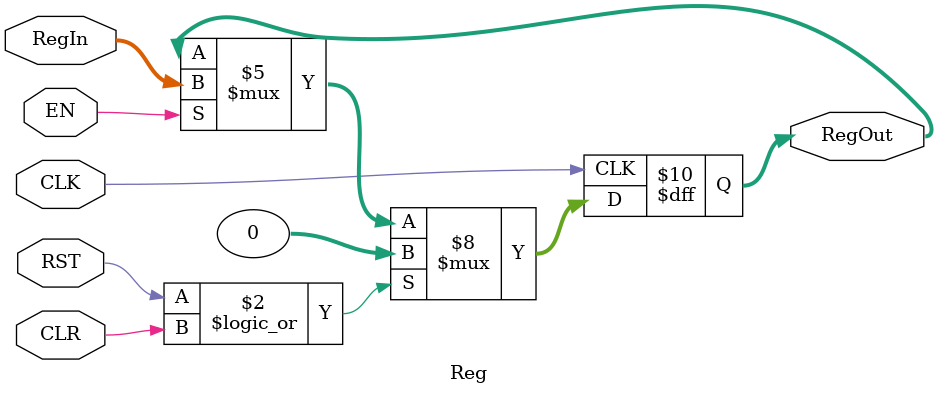
<source format=v>
`timescale 1ns / 1ps

module Reg #(parameter WL = 32) (CLK, EN, CLR, RST, RegIn, RegOut);

input CLK, EN, CLR, RST;
input [WL-1:0] RegIn;
output reg [WL-1:0] RegOut;

initial RegOut <= 0;

always @(posedge CLK) begin
    if(RST || CLR) RegOut <= 0;
    else if(EN) RegOut <= RegIn;
    else RegOut <= RegOut;
    
end

endmodule
</source>
